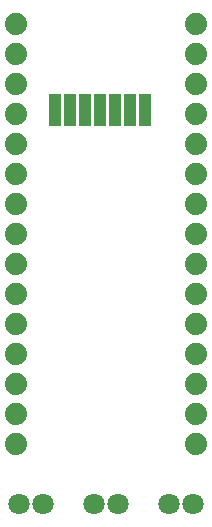
<source format=gts>
G04 EAGLE Gerber RS-274X export*
G75*
%MOMM*%
%FSLAX34Y34*%
%LPD*%
%INSoldermask Top*%
%IPPOS*%
%AMOC8*
5,1,8,0,0,1.08239X$1,22.5*%
G01*
%ADD10C,1.879600*%
%ADD11R,1.103200X2.703200*%
%ADD12C,1.803200*%


D10*
X12700Y482600D03*
X12700Y457200D03*
X12700Y431800D03*
X12700Y406400D03*
X12700Y381000D03*
X12700Y355600D03*
X12700Y330200D03*
X12700Y304800D03*
X12700Y279400D03*
X12700Y254000D03*
X12700Y228600D03*
X12700Y203200D03*
X12700Y177800D03*
X12700Y152400D03*
X12700Y127000D03*
X165100Y482600D03*
X165100Y457200D03*
X165100Y431800D03*
X165100Y406400D03*
X165100Y381000D03*
X165100Y355600D03*
X165100Y330200D03*
X165100Y304800D03*
X165100Y279400D03*
X165100Y254000D03*
X165100Y228600D03*
X165100Y203200D03*
X165100Y177800D03*
X165100Y152400D03*
X165100Y127000D03*
D11*
X45460Y409570D03*
X58160Y409570D03*
X70860Y409570D03*
X83560Y409570D03*
X96260Y409570D03*
X108960Y409570D03*
X121660Y409570D03*
D12*
X162400Y76200D03*
X142400Y76200D03*
X98900Y76200D03*
X78900Y76200D03*
X35400Y76200D03*
X15400Y76200D03*
M02*

</source>
